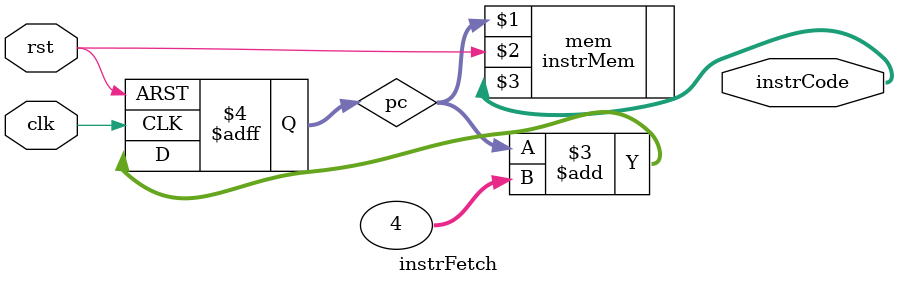
<source format=v>
`timescale 1ns / 1ps


module instrFetch(
    input clk,
    input rst,
    output [31:0] instrCode
    );
reg [31:0] pc; 

instrMem mem(pc, rst, instrCode); 

always @(posedge clk, negedge rst)
    begin 
        if (rst==0)
            pc <=0; 
        else 
            pc <= pc + 4; 
    end 
endmodule

</source>
